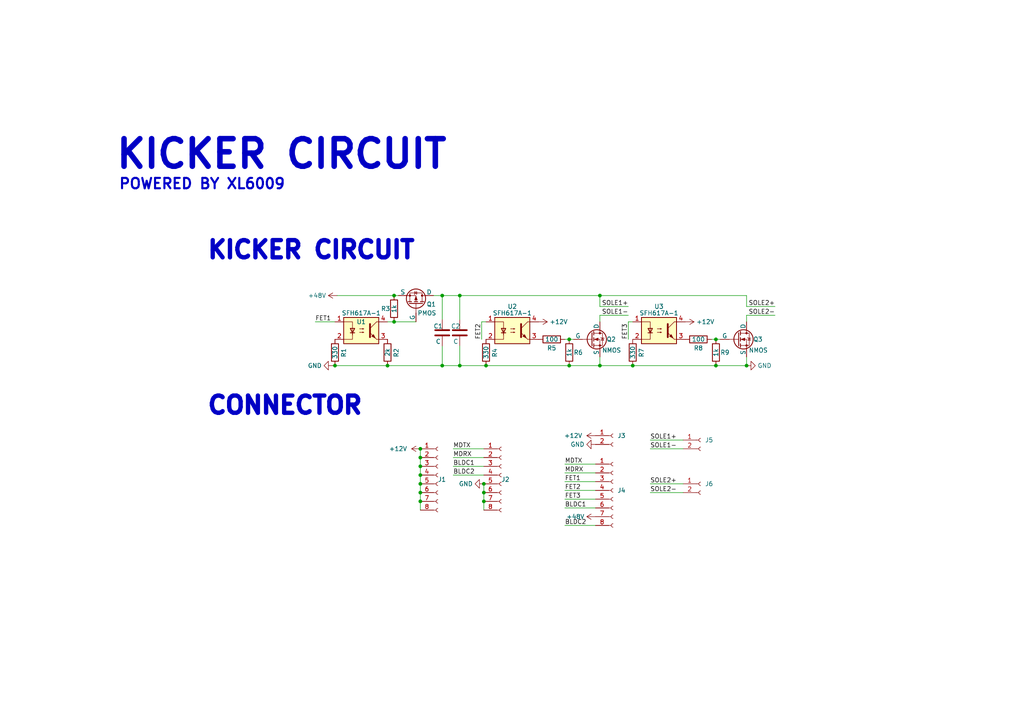
<source format=kicad_sch>
(kicad_sch (version 20230121) (generator eeschema)
  (paper "A4")
  (lib_symbols
    (symbol "Connector:Conn_01x02_Socket" (pin_names (offset 1.016) hide)
      (property "Reference" "J" (at 0 2.54 0))
      (property "Value" "Conn_01x02_Socket" (at 0 -5.08 0))
      (symbol "Conn_01x02_Socket_1_1"
        (arc (start 0 -2.032) (mid -0.5058 -2.54) (end 0 -3.048) (stroke (width 0.1524)))
        (polyline (pts (xy -1.27 -2.54) (xy -0.508 -2.54)) (stroke (width 0.1524)))
        (polyline (pts (xy -1.27 0) (xy -0.508 0)) (stroke (width 0.1524)))
        (arc (start 0 0.508) (mid -0.5058 0) (end 0 -0.508) (stroke (width 0.1524)))
        (pin passive line (at -5.08 0 0) (length 3.81) (name "Pin_1") (number "1"))
        (pin passive line (at -5.08 -2.54 0) (length 3.81) (name "Pin_2") (number "2"))
      )
    )
    (symbol "Connector:Conn_01x08_Socket" (pin_names (offset 1.016) hide)
      (property "Reference" "J" (at 0 10.16 0))
      (property "Value" "Conn_01x08_Socket" (at 0 -12.7 0))
      (symbol "Conn_01x08_Socket_1_1"
        (arc (start 0 -9.652) (mid -0.5058 -10.16) (end 0 -10.668) (stroke (width 0.1524)))
        (arc (start 0 -7.112) (mid -0.5058 -7.62) (end 0 -8.128) (stroke (width 0.1524)))
        (arc (start 0 -4.572) (mid -0.5058 -5.08) (end 0 -5.588) (stroke (width 0.1524)))
        (arc (start 0 -2.032) (mid -0.5058 -2.54) (end 0 -3.048) (stroke (width 0.1524)))
        (polyline (pts (xy -1.27 -10.16) (xy -0.508 -10.16)) (stroke (width 0.1524)))
        (polyline (pts (xy -1.27 -7.62) (xy -0.508 -7.62)) (stroke (width 0.1524)))
        (polyline (pts (xy -1.27 -5.08) (xy -0.508 -5.08)) (stroke (width 0.1524)))
        (polyline (pts (xy -1.27 -2.54) (xy -0.508 -2.54)) (stroke (width 0.1524)))
        (polyline (pts (xy -1.27 0) (xy -0.508 0)) (stroke (width 0.1524)))
        (polyline (pts (xy -1.27 2.54) (xy -0.508 2.54)) (stroke (width 0.1524)))
        (polyline (pts (xy -1.27 5.08) (xy -0.508 5.08)) (stroke (width 0.1524)))
        (polyline (pts (xy -1.27 7.62) (xy -0.508 7.62)) (stroke (width 0.1524)))
        (arc (start 0 0.508) (mid -0.5058 0) (end 0 -0.508) (stroke (width 0.1524)))
        (arc (start 0 3.048) (mid -0.5058 2.54) (end 0 2.032) (stroke (width 0.1524)))
        (arc (start 0 5.588) (mid -0.5058 5.08) (end 0 4.572) (stroke (width 0.1524)))
        (arc (start 0 8.128) (mid -0.5058 7.62) (end 0 7.112) (stroke (width 0.1524)))
        (pin passive line (at -5.08 7.62 0) (length 3.81) (name "Pin_1") (number "1"))
        (pin passive line (at -5.08 5.08 0) (length 3.81) (name "Pin_2") (number "2"))
        (pin passive line (at -5.08 2.54 0) (length 3.81) (name "Pin_3") (number "3"))
        (pin passive line (at -5.08 0 0) (length 3.81) (name "Pin_4") (number "4"))
        (pin passive line (at -5.08 -2.54 0) (length 3.81) (name "Pin_5") (number "5"))
        (pin passive line (at -5.08 -5.08 0) (length 3.81) (name "Pin_6") (number "6"))
        (pin passive line (at -5.08 -7.62 0) (length 3.81) (name "Pin_7") (number "7"))
        (pin passive line (at -5.08 -10.16 0) (length 3.81) (name "Pin_8") (number "8"))
      )
    )
    (symbol "Device:C" (pin_numbers hide) (pin_names (offset 0.254))
      (property "Reference" "C" (at 0.635 2.54 0))
      (property "Value" "C" (at 0.635 -2.54 0))
      (symbol "C_0_1"
        (polyline (pts (xy -2.032 -0.762) (xy 2.032 -0.762)) (stroke (width 0.508)))
        (polyline (pts (xy -2.032 0.762) (xy 2.032 0.762)) (stroke (width 0.508)))
      )
      (symbol "C_1_1"
        (pin passive line (at 0 3.81 270) (length 2.794) (name "~") (number "1"))
        (pin passive line (at 0 -3.81 90) (length 2.794) (name "~") (number "2"))
      )
    )
    (symbol "Device:R" (pin_numbers hide) (pin_names (offset 0))
      (property "Reference" "R" (at 2.032 0 90))
      (property "Value" "R" (at 0 0 90))
      (symbol "R_0_1"
        (rectangle (start -1.016 -2.54) (end 1.016 2.54) (stroke (width 0.254)))
      )
      (symbol "R_1_1"
        (pin passive line (at 0 3.81 270) (length 1.27) (name "~") (number "1"))
        (pin passive line (at 0 -3.81 90) (length 1.27) (name "~") (number "2"))
      )
    )
    (symbol "Isolator:SFH617A-1" (pin_names (offset 1.016))
      (property "Reference" "U" (at -5.08 5.08 0))
      (property "Value" "SFH617A-1" (at 0 5.08 0))
      (symbol "SFH617A-1_0_1"
        (rectangle (start -5.08 3.81) (end 5.08 -3.81) (stroke (width 0.254)) (fill (type background)))
        (polyline (pts (xy -3.175 -0.635) (xy -1.905 -0.635)) (stroke (width 0.254)))
        (polyline (pts (xy 2.54 0.635) (xy 4.445 2.54)))
        (polyline (pts (xy 4.445 -2.54) (xy 2.54 -0.635)) (fill (type outline)))
        (polyline (pts (xy 4.445 -2.54) (xy 5.08 -2.54)))
        (polyline (pts (xy 4.445 2.54) (xy 5.08 2.54)))
        (polyline (pts (xy -2.54 -0.635) (xy -2.54 -2.54) (xy -5.08 -2.54)))
        (polyline (pts (xy 2.54 1.905) (xy 2.54 -1.905) (xy 2.54 -1.905)) (stroke (width 0.508)))
        (polyline (pts (xy -5.08 2.54) (xy -2.54 2.54) (xy -2.54 -1.27) (xy -2.54 0.635)))
        (polyline (pts (xy -2.54 -0.635) (xy -3.175 0.635) (xy -1.905 0.635) (xy -2.54 -0.635)) (stroke (width 0.254)))
        (polyline (pts (xy -0.508 -0.508) (xy 0.762 -0.508) (xy 0.381 -0.635) (xy 0.381 -0.381) (xy 0.762 -0.508)))
        (polyline (pts (xy -0.508 0.508) (xy 0.762 0.508) (xy 0.381 0.381) (xy 0.381 0.635) (xy 0.762 0.508)))
        (polyline (pts (xy 3.048 -1.651) (xy 3.556 -1.143) (xy 4.064 -2.159) (xy 3.048 -1.651) (xy 3.048 -1.651)) (fill (type outline)))
      )
      (symbol "SFH617A-1_1_1"
        (pin passive line (at -7.62 2.54 0) (length 2.54) (name "~") (number "1"))
        (pin passive line (at -7.62 -2.54 0) (length 2.54) (name "~") (number "2"))
        (pin passive line (at 7.62 -2.54 180) (length 2.54) (name "~") (number "3"))
        (pin passive line (at 7.62 2.54 180) (length 2.54) (name "~") (number "4"))
      )
    )
    (symbol "Simulation_SPICE:NMOS" (pin_numbers hide) (pin_names (offset 0))
      (property "Reference" "Q" (at 5.08 1.27 0))
      (property "Value" "NMOS" (at 5.08 -1.27 0))
      (symbol "NMOS_0_1"
        (polyline (pts (xy 0.254 0) (xy -2.54 0)))
        (polyline (pts (xy 0.254 1.905) (xy 0.254 -1.905)) (stroke (width 0.254)))
        (polyline (pts (xy 0.762 -1.27) (xy 0.762 -2.286)) (stroke (width 0.254)))
        (polyline (pts (xy 0.762 0.508) (xy 0.762 -0.508)) (stroke (width 0.254)))
        (polyline (pts (xy 0.762 2.286) (xy 0.762 1.27)) (stroke (width 0.254)))
        (polyline (pts (xy 2.54 2.54) (xy 2.54 1.778)))
        (polyline (pts (xy 2.54 -2.54) (xy 2.54 0) (xy 0.762 0)))
        (polyline (pts (xy 0.762 -1.778) (xy 3.302 -1.778) (xy 3.302 1.778) (xy 0.762 1.778)))
        (polyline (pts (xy 1.016 0) (xy 2.032 0.381) (xy 2.032 -0.381) (xy 1.016 0)) (fill (type outline)))
        (polyline (pts (xy 2.794 0.508) (xy 2.921 0.381) (xy 3.683 0.381) (xy 3.81 0.254)))
        (polyline (pts (xy 3.302 0.381) (xy 2.921 -0.254) (xy 3.683 -0.254) (xy 3.302 0.381)))
        (circle (center 1.651 0) (radius 2.794) (stroke (width 0.254)))
        (circle (center 2.54 -1.778) (radius 0.254) (fill (type outline)))
        (circle (center 2.54 1.778) (radius 0.254) (fill (type outline)))
      )
      (symbol "NMOS_1_1"
        (pin passive line (at 2.54 5.08 270) (length 2.54) (name "D") (number "1"))
        (pin input line (at -5.08 0 0) (length 2.54) (name "G") (number "2"))
        (pin passive line (at 2.54 -5.08 90) (length 2.54) (name "S") (number "3"))
      )
    )
    (symbol "Simulation_SPICE:PMOS" (pin_numbers hide) (pin_names (offset 0))
      (property "Reference" "Q" (at 5.08 1.27 0))
      (property "Value" "PMOS" (at 5.08 -1.27 0))
      (symbol "PMOS_0_1"
        (polyline (pts (xy 0.254 0) (xy -2.54 0)))
        (polyline (pts (xy 0.254 1.905) (xy 0.254 -1.905)) (stroke (width 0.254)))
        (polyline (pts (xy 0.762 -1.27) (xy 0.762 -2.286)) (stroke (width 0.254)))
        (polyline (pts (xy 0.762 0.508) (xy 0.762 -0.508)) (stroke (width 0.254)))
        (polyline (pts (xy 0.762 2.286) (xy 0.762 1.27)) (stroke (width 0.254)))
        (polyline (pts (xy 2.54 2.54) (xy 2.54 1.778)))
        (polyline (pts (xy 2.54 -2.54) (xy 2.54 0) (xy 0.762 0)))
        (polyline (pts (xy 0.762 1.778) (xy 3.302 1.778) (xy 3.302 -1.778) (xy 0.762 -1.778)))
        (polyline (pts (xy 2.286 0) (xy 1.27 0.381) (xy 1.27 -0.381) (xy 2.286 0)) (fill (type outline)))
        (polyline (pts (xy 2.794 -0.508) (xy 2.921 -0.381) (xy 3.683 -0.381) (xy 3.81 -0.254)))
        (polyline (pts (xy 3.302 -0.381) (xy 2.921 0.254) (xy 3.683 0.254) (xy 3.302 -0.381)))
        (circle (center 1.651 0) (radius 2.794) (stroke (width 0.254)))
        (circle (center 2.54 -1.778) (radius 0.254) (fill (type outline)))
        (circle (center 2.54 1.778) (radius 0.254) (fill (type outline)))
      )
      (symbol "PMOS_1_1"
        (pin passive line (at 2.54 5.08 270) (length 2.54) (name "D") (number "1"))
        (pin input line (at -5.08 0 0) (length 2.54) (name "G") (number "2"))
        (pin passive line (at 2.54 -5.08 90) (length 2.54) (name "S") (number "3"))
      )
    )
    (symbol "power:+12V" (power) (pin_names (offset 0))
      (property "Value" "+12V" (at 0 3.556 0))
      (symbol "+12V_0_1"
        (polyline (pts (xy -0.762 1.27) (xy 0 2.54)))
        (polyline (pts (xy 0 0) (xy 0 2.54)))
        (polyline (pts (xy 0 2.54) (xy 0.762 1.27)))
      )
      (symbol "+12V_1_1"
        (pin power_in line (at 0 0 90) (length 0) hide (name "+12V") (number "1"))
      )
    )
    (symbol "power:+48V" (power) (pin_names (offset 0))
      (property "Value" "+48V" (at 0 3.556 0))
      (symbol "+48V_0_1"
        (polyline (pts (xy -0.762 1.27) (xy 0 2.54)))
        (polyline (pts (xy 0 0) (xy 0 2.54)))
        (polyline (pts (xy 0 2.54) (xy 0.762 1.27)))
      )
      (symbol "+48V_1_1"
        (pin power_in line (at 0 0 90) (length 0) hide (name "+48V") (number "1"))
      )
    )
    (symbol "power:GND" (power) (pin_names (offset 0))
      (property "Value" "GND" (at 0 -3.81 0))
      (symbol "GND_0_1"
        (polyline (pts (xy 0 0) (xy 0 -1.27) (xy 1.27 -1.27) (xy 0 -2.54) (xy -1.27 -1.27) (xy 0 -1.27)))
      )
      (symbol "GND_1_1"
        (pin power_in line (at 0 0 270) (length 0) hide (name "GND") (number "1"))
      )
    )
  )
  (junction (at 140.335 142.875))
  (junction (at 121.92 142.875))
  (junction (at 121.92 132.715))
  (junction (at 216.535 106.045))
  (junction (at 121.92 140.335))
  (junction (at 112.395 106.045))
  (junction (at 207.645 106.045))
  (junction (at 183.515 106.045))
  (junction (at 121.92 137.795))
  (junction (at 121.92 145.415))
  (junction (at 173.99 106.045))
  (junction (at 114.3 85.725))
  (junction (at 140.335 145.415))
  (junction (at 97.155 106.045))
  (junction (at 121.92 135.255))
  (junction (at 128.27 106.045))
  (junction (at 165.1 98.425))
  (junction (at 173.99 85.725))
  (junction (at 140.335 140.335))
  (junction (at 121.92 130.175))
  (junction (at 114.3 93.345))
  (junction (at 140.97 106.045))
  (junction (at 128.27 85.725))
  (junction (at 165.1 106.045))
  (junction (at 207.645 98.425))
  (junction (at 133.35 85.725))
  (junction (at 133.35 106.045))
  (wire (pts (xy 97.79 85.725) (xy 114.3 85.725)))
  (wire (pts (xy 165.1 98.425) (xy 166.37 98.425)))
  (wire (pts (xy 173.99 85.725) (xy 216.535 85.725)))
  (wire (pts (xy 163.83 142.24) (xy 172.72 142.24)))
  (wire (pts (xy 140.335 145.415) (xy 140.335 147.955)))
  (wire (pts (xy 207.645 106.045) (xy 216.535 106.045)))
  (wire (pts (xy 133.35 100.33) (xy 133.35 106.045)))
  (wire (pts (xy 173.99 88.9) (xy 182.245 88.9)))
  (wire (pts (xy 112.395 106.045) (xy 128.27 106.045)))
  (wire (pts (xy 165.1 106.045) (xy 173.99 106.045)))
  (wire (pts (xy 121.92 140.335) (xy 121.92 142.875)))
  (wire (pts (xy 121.92 135.255) (xy 121.92 137.795)))
  (wire (pts (xy 173.99 85.725) (xy 173.99 88.9)))
  (wire (pts (xy 121.92 132.715) (xy 121.92 135.255)))
  (wire (pts (xy 131.445 135.255) (xy 140.335 135.255)))
  (wire (pts (xy 163.83 144.78) (xy 172.72 144.78)))
  (wire (pts (xy 128.27 106.045) (xy 133.35 106.045)))
  (wire (pts (xy 121.92 145.415) (xy 121.92 147.955)))
  (wire (pts (xy 139.7 98.425) (xy 139.7 93.345)))
  (wire (pts (xy 121.92 130.175) (xy 121.92 132.715)))
  (wire (pts (xy 133.35 106.045) (xy 140.97 106.045)))
  (wire (pts (xy 182.245 98.425) (xy 182.245 93.345)))
  (wire (pts (xy 133.35 85.725) (xy 173.99 85.725)))
  (wire (pts (xy 128.27 85.725) (xy 128.27 92.71)))
  (wire (pts (xy 91.44 93.345) (xy 97.155 93.345)))
  (wire (pts (xy 216.535 93.345) (xy 216.535 91.44)))
  (wire (pts (xy 163.83 134.62) (xy 172.72 134.62)))
  (wire (pts (xy 121.92 137.795) (xy 121.92 140.335)))
  (wire (pts (xy 216.535 85.725) (xy 216.535 88.9)))
  (wire (pts (xy 131.445 137.795) (xy 140.335 137.795)))
  (wire (pts (xy 188.595 140.335) (xy 198.12 140.335)))
  (wire (pts (xy 173.99 106.045) (xy 183.515 106.045)))
  (wire (pts (xy 131.445 132.715) (xy 140.335 132.715)))
  (wire (pts (xy 97.155 106.045) (xy 112.395 106.045)))
  (wire (pts (xy 163.83 137.16) (xy 172.72 137.16)))
  (wire (pts (xy 121.92 142.875) (xy 121.92 145.415)))
  (wire (pts (xy 182.245 93.345) (xy 183.515 93.345)))
  (wire (pts (xy 140.335 142.875) (xy 140.335 145.415)))
  (wire (pts (xy 140.97 106.045) (xy 165.1 106.045)))
  (wire (pts (xy 140.335 140.335) (xy 140.335 142.875)))
  (wire (pts (xy 96.52 106.045) (xy 97.155 106.045)))
  (wire (pts (xy 128.27 85.725) (xy 133.35 85.725)))
  (wire (pts (xy 139.7 93.345) (xy 140.97 93.345)))
  (wire (pts (xy 133.35 85.725) (xy 133.35 92.71)))
  (wire (pts (xy 173.99 103.505) (xy 173.99 106.045)))
  (wire (pts (xy 206.375 98.425) (xy 207.645 98.425)))
  (wire (pts (xy 114.3 93.345) (xy 120.65 93.345)))
  (wire (pts (xy 173.99 91.44) (xy 182.245 91.44)))
  (wire (pts (xy 125.73 85.725) (xy 128.27 85.725)))
  (wire (pts (xy 131.445 130.175) (xy 140.335 130.175)))
  (wire (pts (xy 188.595 127.635) (xy 198.12 127.635)))
  (wire (pts (xy 188.595 142.875) (xy 198.12 142.875)))
  (wire (pts (xy 188.595 130.175) (xy 198.12 130.175)))
  (wire (pts (xy 163.83 98.425) (xy 165.1 98.425)))
  (wire (pts (xy 207.645 98.425) (xy 208.915 98.425)))
  (wire (pts (xy 163.83 139.7) (xy 172.72 139.7)))
  (wire (pts (xy 112.395 93.345) (xy 114.3 93.345)))
  (wire (pts (xy 173.99 93.345) (xy 173.99 91.44)))
  (wire (pts (xy 216.535 106.045) (xy 216.535 103.505)))
  (wire (pts (xy 216.535 88.9) (xy 224.79 88.9)))
  (wire (pts (xy 216.535 91.44) (xy 224.79 91.44)))
  (wire (pts (xy 128.27 100.33) (xy 128.27 106.045)))
  (wire (pts (xy 183.515 106.045) (xy 207.645 106.045)))
  (wire (pts (xy 114.3 85.725) (xy 115.57 85.725)))
  (wire (pts (xy 163.83 147.32) (xy 172.72 147.32)))
  (wire (pts (xy 163.83 152.4) (xy 172.72 152.4)))
  (text "KICKER CIRCUIT" (at 59.69 75.565 0) (effects (font (size 5 5) (thickness 1.6) bold) (justify left bottom)))
  (text "POWERED BY XL6009" (at 34.29 55.245 0) (effects (font (size 3 3) bold) (justify left bottom)))
  (text "CONNECTOR" (at 59.69 120.65 0) (effects (font (size 5 5) (thickness 1.6) bold) (justify left bottom)))
  (text "KICKER CIRCUIT" (at 33.02 49.53 0) (effects (font (size 8 8) (thickness 1.6) bold) (justify left bottom)))
  (label "FET3" (at 163.83 144.78 0))
  (label "SOLE2+" (at 188.595 140.335 0))
  (label "SOLE2-" (at 224.79 91.44 180))
  (label "MDRX" (at 131.445 132.715 0))
  (label "SOLE1+" (at 188.595 127.635 0))
  (label "MDTX" (at 131.445 130.175 0))
  (label "FET1" (at 163.83 139.7 0))
  (label "BLDC1" (at 163.83 147.32 0))
  (label "BLDC2" (at 163.83 152.4 0))
  (label "SOLE2+" (at 224.79 88.9 180))
  (label "FET3" (at 182.245 98.425 90))
  (label "SOLE1-" (at 188.595 130.175 0))
  (label "FET1" (at 91.44 93.345 0))
  (label "MDRX" (at 163.83 137.16 0))
  (label "FET2" (at 163.83 142.24 0))
  (label "FET2" (at 139.7 98.425 90))
  (label "BLDC1" (at 131.445 135.255 0))
  (label "BLDC2" (at 131.445 137.795 0))
  (label "SOLE1-" (at 182.245 91.44 180))
  (label "MDTX" (at 163.83 134.62 0))
  (label "SOLE2-" (at 188.595 142.875 0))
  (label "SOLE1+" (at 182.245 88.9 180))
  (symbol (lib_id "Simulation_SPICE:NMOS") (at 213.995 98.425 0) (unit 1)
    (property "Reference" "Q3" (at 218.44 98.425 0) (effects (justify left)))
    (property "Value" "NMOS" (at 217.17 101.6 0) (effects (justify left)))
    (property "Footprint" "Package_TO_SOT_SMD:LFPAK56" (effects hide))
    (property "Datasheet" "https://ngspice.sourceforge.io/docs/ngspice-manual.pdf" (effects hide))
    (property "Sim.Device" "NMOS" (effects hide))
    (property "Sim.Type" "VDMOS" (effects hide))
    (property "Sim.Pins" "1=D 2=G 3=S" (effects hide))
  )
  (symbol (lib_id "Isolator:SFH617A-1") (at 191.135 95.885 0) (unit 1)
    (property "Reference" "U3" (at 191.135 88.9 0))
    (property "Value" "SFH617A-1" (at 191.135 90.805 0))
    (property "Footprint" "Package_DIP:DIP-4_W7.62mm" (effects hide))
    (property "Datasheet" "http://www.vishay.com/docs/83740/sfh617a.pdf" (effects hide))
  )
  (symbol (lib_id "Simulation_SPICE:PMOS") (at 120.65 88.265 270) (mirror x) (unit 1)
    (property "Reference" "Q1" (at 125.095 88.265 90))
    (property "Value" "PMOS" (at 123.825 90.805 90))
    (property "Footprint" "Package_TO_SOT_SMD:TO-252-2" (effects hide))
    (property "Datasheet" "https://ngspice.sourceforge.io/docs/ngspice-manual.pdf" (effects hide))
    (property "Sim.Device" "PMOS" (effects hide))
    (property "Sim.Type" "VDMOS" (effects hide))
    (property "Sim.Pins" "1=D 2=G 3=S" (effects hide))
  )
  (symbol (lib_id "Device:R") (at 97.155 102.235 180) (unit 1)
    (property "Reference" "R1" (at 99.695 100.965 90) (effects (justify left)))
    (property "Value" "330" (at 97.155 100.33 90) (effects (justify left)))
    (property "Footprint" "Resistor_THT:R_Axial_DIN0204_L3.6mm_D1.6mm_P5.08mm_Horizontal" (effects hide))
  )
  (symbol (lib_id "power:+12V") (at 198.755 93.345 270) (unit 1)
    (property "Reference" "#PWR09" (effects hide))
    (property "Value" "+12V" (at 201.93 93.345 90) (effects (justify left)))
  )
  (symbol (lib_id "power:GND") (at 172.72 128.905 270) (unit 1)
    (property "Reference" "#PWR07" (effects hide))
    (property "Value" "GND" (at 169.545 128.905 90) (effects (justify right)))
  )
  (symbol (lib_id "Device:R") (at 160.02 98.425 90) (unit 1)
    (property "Reference" "R5" (at 160.02 100.965 90))
    (property "Value" "100" (at 160.02 98.425 90))
    (property "Footprint" "Resistor_THT:R_Axial_DIN0204_L3.6mm_D1.6mm_P5.08mm_Horizontal" (effects hide))
  )
  (symbol (lib_id "power:+48V") (at 97.79 85.725 90) (unit 1)
    (property "Reference" "#PWR02" (effects hide))
    (property "Value" "+48V" (at 94.615 85.725 90) (effects (justify left)))
  )
  (symbol (lib_id "Connector:Conn_01x02_Socket") (at 177.8 126.365 0) (unit 1)
    (property "Reference" "J3" (at 179.07 126.365 0) (effects (justify left)))
    (property "Value" "Conn_01x02_Socket" (effects hide))
    (property "Footprint" "Connector_AMASS:AMASS_XT30PW-F_1x02_P2.50mm_Horizontal" (effects hide))
  )
  (symbol (lib_id "Device:R") (at 207.645 102.235 180) (unit 1)
    (property "Reference" "R9" (at 208.915 102.235 0) (effects (justify right)))
    (property "Value" "1k" (at 207.645 103.505 90) (effects (justify right)))
    (property "Footprint" "Resistor_THT:R_Axial_DIN0204_L3.6mm_D1.6mm_P5.08mm_Horizontal" (effects hide))
  )
  (symbol (lib_id "power:GND") (at 96.52 106.045 270) (unit 1)
    (property "Reference" "#PWR01" (effects hide))
    (property "Value" "GND" (at 93.345 106.045 90) (effects (justify right)))
  )
  (symbol (lib_id "Device:C") (at 128.27 96.52 0) (unit 1)
    (property "Reference" "C1" (at 125.73 94.615 0) (effects (justify left)))
    (property "Value" "C" (at 126.365 99.06 0) (effects (justify left)))
    (property "Footprint" "Connector_JST:JST_XH_B2B-XH-A_1x02_P2.50mm_Vertical" (effects hide))
  )
  (symbol (lib_id "power:+12V") (at 172.72 126.365 90) (unit 1)
    (property "Reference" "#PWR06" (effects hide))
    (property "Value" "+12V" (at 168.91 126.365 90) (effects (justify left)))
  )
  (symbol (lib_id "Simulation_SPICE:NMOS") (at 171.45 98.425 0) (unit 1)
    (property "Reference" "Q2" (at 175.895 98.425 0) (effects (justify left)))
    (property "Value" "NMOS" (at 174.625 101.6 0) (effects (justify left)))
    (property "Footprint" "Package_TO_SOT_SMD:LFPAK56" (effects hide))
    (property "Datasheet" "https://ngspice.sourceforge.io/docs/ngspice-manual.pdf" (effects hide))
    (property "Sim.Device" "NMOS" (effects hide))
    (property "Sim.Type" "VDMOS" (effects hide))
    (property "Sim.Pins" "1=D 2=G 3=S" (effects hide))
  )
  (symbol (lib_id "Device:C") (at 133.35 96.52 0) (unit 1)
    (property "Reference" "C2" (at 130.81 94.615 0) (effects (justify left)))
    (property "Value" "C" (at 131.445 99.06 0) (effects (justify left)))
    (property "Footprint" "Connector_JST:JST_XH_B2B-XH-A_1x02_P2.50mm_Vertical" (effects hide))
  )
  (symbol (lib_id "power:GND") (at 140.335 140.335 270) (unit 1)
    (property "Reference" "#PWR04" (effects hide))
    (property "Value" "GND" (at 137.16 140.335 90) (effects (justify right)))
  )
  (symbol (lib_id "power:+48V") (at 172.72 149.86 90) (unit 1)
    (property "Reference" "#PWR08" (effects hide))
    (property "Value" "+48V" (at 169.545 149.86 90) (effects (justify left)))
  )
  (symbol (lib_id "Connector:Conn_01x08_Socket") (at 145.415 137.795 0) (unit 1)
    (property "Reference" "J2" (at 145.415 139.065 0) (effects (justify left)))
    (property "Value" "Conn_01x08_Socket" (effects hide))
    (property "Footprint" "Connector_PinSocket_2.54mm:PinSocket_1x08_P2.54mm_Vertical" (effects hide))
  )
  (symbol (lib_id "Device:R") (at 183.515 102.235 180) (unit 1)
    (property "Reference" "R7" (at 186.055 100.965 90) (effects (justify left)))
    (property "Value" "330" (at 183.515 100.33 90) (effects (justify left)))
    (property "Footprint" "Resistor_THT:R_Axial_DIN0204_L3.6mm_D1.6mm_P5.08mm_Horizontal" (effects hide))
  )
  (symbol (lib_id "Connector:Conn_01x02_Socket") (at 203.2 127.635 0) (unit 1)
    (property "Reference" "J5" (at 204.47 127.635 0) (effects (justify left)))
    (property "Value" "Conn_01x02_Socket" (effects hide))
    (property "Footprint" "Connector_JST:JST_XH_B2B-XH-A_1x02_P2.50mm_Vertical" (effects hide))
  )
  (symbol (lib_id "Device:R") (at 112.395 102.235 180) (unit 1)
    (property "Reference" "R2" (at 114.935 100.965 90) (effects (justify left)))
    (property "Value" "2k" (at 112.395 100.965 90) (effects (justify left)))
    (property "Footprint" "Resistor_THT:R_Axial_DIN0204_L3.6mm_D1.6mm_P5.08mm_Horizontal" (effects hide))
  )
  (symbol (lib_id "power:+12V") (at 121.92 130.175 90) (unit 1)
    (property "Reference" "#PWR03" (effects hide))
    (property "Value" "+12V" (at 118.11 130.175 90) (effects (justify left)))
  )
  (symbol (lib_id "Device:R") (at 114.3 89.535 0) (unit 1)
    (property "Reference" "R3" (at 110.49 89.535 0) (effects (justify left)))
    (property "Value" "1k" (at 114.3 90.805 90) (effects (justify left)))
    (property "Footprint" "Resistor_THT:R_Axial_DIN0204_L3.6mm_D1.6mm_P5.08mm_Horizontal" (effects hide))
  )
  (symbol (lib_id "Connector:Conn_01x02_Socket") (at 203.2 140.335 0) (unit 1)
    (property "Reference" "J6" (at 204.47 140.335 0) (effects (justify left)))
    (property "Value" "Conn_01x02_Socket" (effects hide))
    (property "Footprint" "Connector_JST:JST_XH_B2B-XH-A_1x02_P2.50mm_Vertical" (effects hide))
  )
  (symbol (lib_id "power:+12V") (at 156.21 93.345 270) (unit 1)
    (property "Reference" "#PWR05" (effects hide))
    (property "Value" "+12V" (at 159.385 93.345 90) (effects (justify left)))
  )
  (symbol (lib_id "Device:R") (at 165.1 102.235 180) (unit 1)
    (property "Reference" "R6" (at 166.37 102.235 0) (effects (justify right)))
    (property "Value" "1k" (at 165.1 103.505 90) (effects (justify right)))
    (property "Footprint" "Resistor_THT:R_Axial_DIN0204_L3.6mm_D1.6mm_P5.08mm_Horizontal" (effects hide))
  )
  (symbol (lib_id "Device:R") (at 140.97 102.235 180) (unit 1)
    (property "Reference" "R4" (at 143.51 100.965 90) (effects (justify left)))
    (property "Value" "330" (at 140.97 100.33 90) (effects (justify left)))
    (property "Footprint" "Resistor_THT:R_Axial_DIN0204_L3.6mm_D1.6mm_P5.08mm_Horizontal" (effects hide))
  )
  (symbol (lib_id "Device:R") (at 202.565 98.425 90) (unit 1)
    (property "Reference" "R8" (at 202.565 100.965 90))
    (property "Value" "100" (at 202.565 98.425 90))
    (property "Footprint" "Resistor_THT:R_Axial_DIN0204_L3.6mm_D1.6mm_P5.08mm_Horizontal" (effects hide))
  )
  (symbol (lib_id "Isolator:SFH617A-1") (at 148.59 95.885 0) (unit 1)
    (property "Reference" "U2" (at 148.59 88.9 0))
    (property "Value" "SFH617A-1" (at 148.59 90.805 0))
    (property "Footprint" "Package_DIP:DIP-4_W7.62mm" (effects hide))
    (property "Datasheet" "http://www.vishay.com/docs/83740/sfh617a.pdf" (effects hide))
  )
  (symbol (lib_id "Connector:Conn_01x08_Socket") (at 127 137.795 0) (unit 1)
    (property "Reference" "J1" (at 127 139.065 0) (effects (justify left)))
    (property "Value" "Conn_01x08_Socket" (effects hide))
    (property "Footprint" "Connector_PinSocket_2.54mm:PinSocket_1x08_P2.54mm_Vertical" (effects hide))
  )
  (symbol (lib_id "Connector:Conn_01x08_Socket") (at 177.8 142.24 0) (unit 1)
    (property "Reference" "J4" (at 179.07 142.24 0) (effects (justify left)))
    (property "Value" "Conn_01x08_Socket" (effects hide))
    (property "Footprint" "Connector_PinHeader_2.54mm:PinHeader_2x06_P2.54mm_Horizontal" (effects hide))
  )
  (symbol (lib_id "Isolator:SFH617A-1") (at 104.775 95.885 0) (unit 1)
    (property "Reference" "U1" (at 104.775 93.345 0))
    (property "Value" "SFH617A-1" (at 104.775 90.805 0))
    (property "Footprint" "Package_DIP:DIP-4_W7.62mm" (effects hide))
    (property "Datasheet" "http://www.vishay.com/docs/83740/sfh617a.pdf" (effects hide))
  )
  (symbol (lib_id "power:GND") (at 216.535 106.045 90) (unit 1)
    (property "Reference" "#PWR010" (effects hide))
    (property "Value" "GND" (at 219.71 106.045 90) (effects (justify right)))
  )
)
</source>
